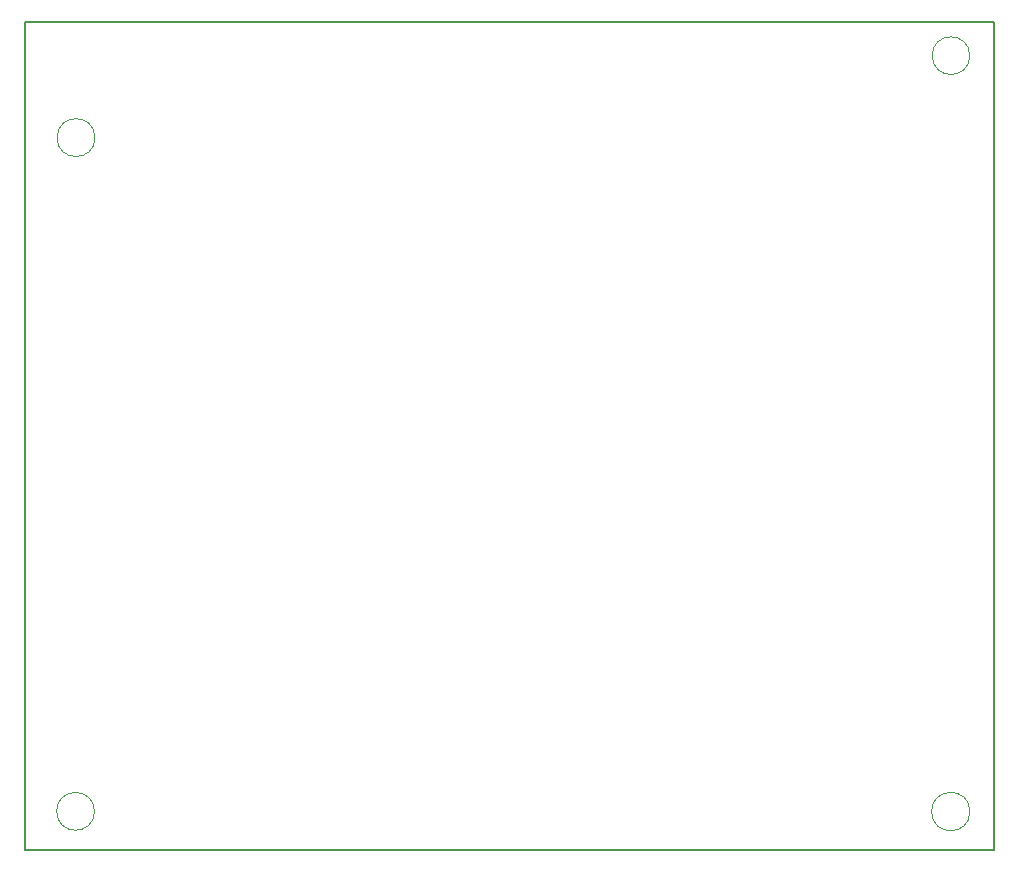
<source format=gbr>
%TF.GenerationSoftware,KiCad,Pcbnew,7.0.9*%
%TF.CreationDate,2023-12-03T16:20:27+10:00*%
%TF.ProjectId,LANDING GEAR,4c414e44-494e-4472-9047-4541522e6b69,rev?*%
%TF.SameCoordinates,Original*%
%TF.FileFunction,Profile,NP*%
%FSLAX46Y46*%
G04 Gerber Fmt 4.6, Leading zero omitted, Abs format (unit mm)*
G04 Created by KiCad (PCBNEW 7.0.9) date 2023-12-03 16:20:27*
%MOMM*%
%LPD*%
G01*
G04 APERTURE LIST*
%TA.AperFunction,Profile*%
%ADD10C,0.100000*%
%TD*%
%TA.AperFunction,Profile*%
%ADD11C,0.200000*%
%TD*%
G04 APERTURE END LIST*
D10*
X154702388Y-50580000D02*
G75*
G03*
X154702388Y-50580000I-1592388J0D01*
G01*
X154718558Y-114580000D02*
G75*
G03*
X154718558Y-114580000I-1628558J0D01*
G01*
X80636393Y-57520000D02*
G75*
G03*
X80636393Y-57520000I-1606393J0D01*
G01*
X80590656Y-114560000D02*
G75*
G03*
X80590656Y-114560000I-1600656J0D01*
G01*
D11*
X74750000Y-47740000D02*
X156750000Y-47740000D01*
X156750000Y-117840000D01*
X74750000Y-117840000D01*
X74750000Y-47740000D01*
M02*

</source>
